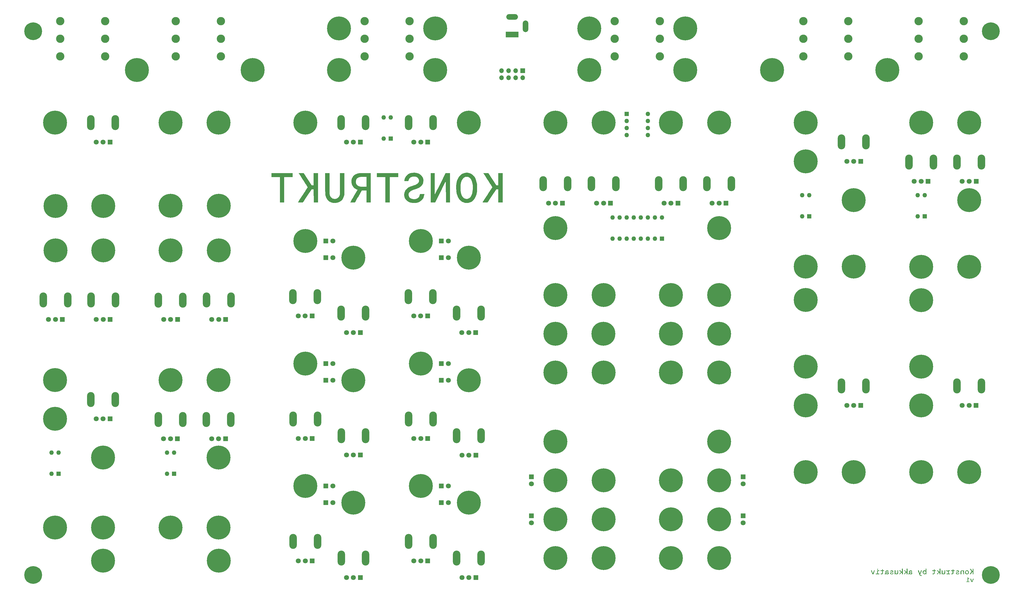
<source format=gbr>
%TF.GenerationSoftware,KiCad,Pcbnew,(6.0.9-0)*%
%TF.CreationDate,2023-07-01T22:34:15+02:00*%
%TF.ProjectId,konstrukt-kicad6,6b6f6e73-7472-4756-9b74-2d6b69636164,rev?*%
%TF.SameCoordinates,Original*%
%TF.FileFunction,Soldermask,Bot*%
%TF.FilePolarity,Negative*%
%FSLAX46Y46*%
G04 Gerber Fmt 4.6, Leading zero omitted, Abs format (unit mm)*
G04 Created by KiCad (PCBNEW (6.0.9-0)) date 2023-07-01 22:34:15*
%MOMM*%
%LPD*%
G01*
G04 APERTURE LIST*
%ADD10R,1.600000X1.600000*%
%ADD11O,1.600000X1.600000*%
%ADD12C,8.600000*%
%ADD13C,4.700000*%
%ADD14O,2.700000X5.400000*%
%ADD15R,1.800000X1.800000*%
%ADD16C,1.800000*%
%ADD17C,6.400000*%
%ADD18C,3.600000*%
%ADD19C,3.000000*%
%ADD20R,4.600000X2.000000*%
%ADD21O,4.200000X2.000000*%
%ADD22O,2.000000X4.200000*%
%ADD23R,1.700000X1.700000*%
%ADD24O,1.700000X1.700000*%
G04 APERTURE END LIST*
%TO.C,*%
G36*
X344600000Y-204376000D02*
G01*
X344599000Y-204382000D01*
X344561000Y-204487000D01*
X344484000Y-204697000D01*
X344380000Y-204972000D01*
X344356000Y-205035000D01*
X344254000Y-205301000D01*
X344181000Y-205494000D01*
X344150000Y-205576000D01*
X344125000Y-205591000D01*
X343987000Y-205596000D01*
X343834000Y-205590000D01*
X343617000Y-205020000D01*
X343597000Y-204967000D01*
X343495000Y-204697000D01*
X343420000Y-204496000D01*
X343387000Y-204404000D01*
X343385000Y-204397000D01*
X343396000Y-204364000D01*
X343501000Y-204364000D01*
X343627000Y-204370000D01*
X343800000Y-204844000D01*
X343883000Y-205071000D01*
X343952000Y-205255000D01*
X343983000Y-205330000D01*
X344011000Y-205272000D01*
X344079000Y-205101000D01*
X344172000Y-204855000D01*
X344350000Y-204370000D01*
X344475000Y-204364000D01*
X344534000Y-204363000D01*
X344600000Y-204376000D01*
G37*
G36*
X342587000Y-203951000D02*
G01*
X342591000Y-203974000D01*
X342621000Y-204083000D01*
X342697000Y-204144000D01*
X342889000Y-204180000D01*
X343000000Y-204180000D01*
X343000000Y-204400000D01*
X342620000Y-204400000D01*
X342620000Y-205380000D01*
X343040000Y-205380000D01*
X343040000Y-205601000D01*
X342505000Y-205595000D01*
X341970000Y-205590000D01*
X341970000Y-205390000D01*
X342165000Y-205384000D01*
X342360000Y-205379000D01*
X342360000Y-203860000D01*
X342575000Y-203860000D01*
X342587000Y-203951000D01*
G37*
G36*
X325030000Y-201910000D02*
G01*
X325041000Y-201945000D01*
X325128000Y-202206000D01*
X325192000Y-202390000D01*
X325221000Y-202460000D01*
X325223000Y-202458000D01*
X325264000Y-202370000D01*
X325345000Y-202175000D01*
X325452000Y-201910000D01*
X325670000Y-201360000D01*
X325816000Y-201360000D01*
X325911000Y-201363000D01*
X325956000Y-201385000D01*
X325948000Y-201408000D01*
X325893000Y-201548000D01*
X325799000Y-201785000D01*
X325680000Y-202085000D01*
X325590000Y-202308000D01*
X325492000Y-202548000D01*
X325430000Y-202684000D01*
X325392000Y-202745000D01*
X325365000Y-202760000D01*
X325352000Y-202760000D01*
X325324000Y-202796000D01*
X325376000Y-202920000D01*
X325390000Y-202948000D01*
X325515000Y-203087000D01*
X325715000Y-203116000D01*
X325860000Y-203110000D01*
X325860000Y-203224000D01*
X325853000Y-203322000D01*
X325805000Y-203346000D01*
X325669000Y-203358000D01*
X325376000Y-203303000D01*
X325180000Y-203131000D01*
X325180000Y-203129000D01*
X325141000Y-203033000D01*
X325066000Y-202827000D01*
X324966000Y-202548000D01*
X324854000Y-202234000D01*
X324745000Y-201922000D01*
X324651000Y-201649000D01*
X324585000Y-201452000D01*
X324560000Y-201369000D01*
X324584000Y-201364000D01*
X324706000Y-201360000D01*
X324853000Y-201360000D01*
X325030000Y-201910000D01*
G37*
G36*
X342860000Y-202222000D02*
G01*
X342823000Y-202363000D01*
X342804000Y-202406000D01*
X342610000Y-202647000D01*
X342336000Y-202780000D01*
X342294000Y-202787000D01*
X342002000Y-202761000D01*
X341745000Y-202630000D01*
X341592000Y-202433000D01*
X341508000Y-202132000D01*
X341515236Y-202061000D01*
X341796000Y-202061000D01*
X341799000Y-202120000D01*
X341873000Y-202366000D01*
X342033000Y-202512000D01*
X342171000Y-202538000D01*
X342350000Y-202512000D01*
X342372000Y-202501000D01*
X342527000Y-202330000D01*
X342584000Y-202046000D01*
X342579000Y-201933000D01*
X342532000Y-201792000D01*
X342418000Y-201640000D01*
X342226000Y-201583000D01*
X342057000Y-201596000D01*
X341911000Y-201701000D01*
X341847000Y-201797000D01*
X341796000Y-202061000D01*
X341515236Y-202061000D01*
X341540000Y-201818000D01*
X341690000Y-201544000D01*
X341828000Y-201431000D01*
X342120000Y-201334000D01*
X342435000Y-201368000D01*
X342642000Y-201496000D01*
X342812000Y-201724000D01*
X342831000Y-201769000D01*
X342863000Y-201882000D01*
X342868000Y-202046000D01*
X342869000Y-202050000D01*
X342860000Y-202222000D01*
G37*
G36*
X339054000Y-201357000D02*
G01*
X339258000Y-201476000D01*
X339367000Y-201657000D01*
X339348000Y-201879000D01*
X339343000Y-201889000D01*
X339250000Y-202009000D01*
X339220000Y-202029000D01*
X339136000Y-202066000D01*
X338979000Y-202115000D01*
X338708000Y-202191000D01*
X338676000Y-202201000D01*
X338515000Y-202303000D01*
X338499000Y-202448000D01*
X338576000Y-202527000D01*
X338800000Y-202568000D01*
X338815000Y-202568000D01*
X339011000Y-202533000D01*
X339122000Y-202405000D01*
X339164000Y-202320000D01*
X339425000Y-202320000D01*
X339414000Y-202401000D01*
X339403000Y-202455000D01*
X339268000Y-202653000D01*
X339018000Y-202770000D01*
X338798000Y-202792000D01*
X338495000Y-202741000D01*
X338440000Y-202716000D01*
X338270000Y-202558000D01*
X338222000Y-202351000D01*
X338311000Y-202145000D01*
X338371000Y-202087000D01*
X338525000Y-202006000D01*
X338787000Y-201929000D01*
X338942000Y-201884000D01*
X339067000Y-201818000D01*
X339100000Y-201730000D01*
X339064000Y-201636000D01*
X338927000Y-201559000D01*
X338749000Y-201554000D01*
X338593000Y-201633000D01*
X338586000Y-201640000D01*
X338540000Y-201713000D01*
X338522000Y-201731000D01*
X338397000Y-201740000D01*
X338255000Y-201740000D01*
X338268000Y-201677000D01*
X338268000Y-201673000D01*
X338389000Y-201472000D01*
X338640000Y-201348000D01*
X338786000Y-201325000D01*
X339054000Y-201357000D01*
G37*
G36*
X337288000Y-201094000D02*
G01*
X337298000Y-201165000D01*
X337331000Y-201274000D01*
X337409000Y-201329000D01*
X337635000Y-201360000D01*
X337760000Y-201360000D01*
X337760000Y-201580000D01*
X337320000Y-201580000D01*
X337320000Y-201986000D01*
X337317000Y-202249000D01*
X337298000Y-202453000D01*
X337257000Y-202577000D01*
X337182000Y-202665000D01*
X337102000Y-202725000D01*
X336930000Y-202788000D01*
X336922000Y-202789000D01*
X336804000Y-202793000D01*
X336651000Y-202785000D01*
X336561000Y-202771000D01*
X336553000Y-202756000D01*
X336540000Y-202646000D01*
X336540000Y-202535000D01*
X336652000Y-202548000D01*
X336790000Y-202548000D01*
X336969000Y-202458000D01*
X337020000Y-202397000D01*
X337020000Y-201580000D01*
X336460000Y-201580000D01*
X336460000Y-201360000D01*
X337019000Y-201360000D01*
X337024000Y-201165000D01*
X337030000Y-200970000D01*
X337274000Y-200958000D01*
X337288000Y-201094000D01*
G37*
G36*
X333383000Y-201825000D02*
G01*
X333384000Y-201881000D01*
X333393000Y-202160000D01*
X333414000Y-202326000D01*
X333456000Y-202420000D01*
X333527000Y-202485000D01*
X333593000Y-202515000D01*
X333779000Y-202532000D01*
X333934000Y-202488000D01*
X333951000Y-202475000D01*
X334010000Y-202411000D01*
X334042000Y-202311000D01*
X334056000Y-202132000D01*
X334059000Y-201835000D01*
X334060000Y-201360000D01*
X334363000Y-201360000D01*
X334356000Y-201885000D01*
X334353000Y-202073000D01*
X334346000Y-202294000D01*
X334334000Y-202418000D01*
X334315000Y-202486000D01*
X334223000Y-202634000D01*
X334002000Y-202774000D01*
X333900000Y-202791000D01*
X333652000Y-202762000D01*
X333462000Y-202653000D01*
X333455000Y-202646000D01*
X333399000Y-202600000D01*
X333396000Y-202602000D01*
X333372000Y-202680000D01*
X333360000Y-202760000D01*
X333100000Y-202760000D01*
X333100000Y-201360000D01*
X333376000Y-201360000D01*
X333383000Y-201825000D01*
G37*
G36*
X330510000Y-200970000D02*
G01*
X330521000Y-201100000D01*
X330528000Y-201165000D01*
X330547000Y-201260000D01*
X330627000Y-201326000D01*
X330825000Y-201356000D01*
X331000000Y-201365000D01*
X331000000Y-201580000D01*
X330543000Y-201580000D01*
X330536000Y-202045000D01*
X330532000Y-202306000D01*
X330524000Y-202455000D01*
X330510000Y-202533000D01*
X330484000Y-202585000D01*
X330444000Y-202639000D01*
X330221000Y-202774000D01*
X330208000Y-202777000D01*
X330060000Y-202791000D01*
X329888000Y-202789000D01*
X329782000Y-202771000D01*
X329773000Y-202757000D01*
X329760000Y-202649000D01*
X329760000Y-202540000D01*
X329905000Y-202545000D01*
X330083000Y-202531000D01*
X330214000Y-202443000D01*
X330222000Y-202430000D01*
X330240000Y-202365000D01*
X330251000Y-202232000D01*
X330256000Y-201985000D01*
X330263000Y-201580000D01*
X329680000Y-201580000D01*
X329680000Y-201360000D01*
X330260000Y-201360000D01*
X330260000Y-200958000D01*
X330510000Y-200970000D01*
G37*
G36*
X327385000Y-202760000D02*
G01*
X327371000Y-202670000D01*
X327366000Y-202643000D01*
X327347000Y-202580000D01*
X327343000Y-202582000D01*
X327276000Y-202641000D01*
X327246000Y-202669000D01*
X327013000Y-202780000D01*
X326998000Y-202783000D01*
X326712000Y-202760000D01*
X326464000Y-202609000D01*
X326303000Y-202357000D01*
X326280000Y-202274000D01*
X326268428Y-202090000D01*
X326543000Y-202090000D01*
X326607000Y-202346000D01*
X326766000Y-202501000D01*
X326889000Y-202534000D01*
X327090000Y-202512000D01*
X327202000Y-202426000D01*
X327299000Y-202266000D01*
X327313000Y-202179000D01*
X327318000Y-201990000D01*
X327299000Y-201846000D01*
X327287000Y-201816000D01*
X327136000Y-201631000D01*
X326903000Y-201584000D01*
X326790000Y-201607000D01*
X326617000Y-201749000D01*
X326544000Y-202012000D01*
X326543000Y-202090000D01*
X326268428Y-202090000D01*
X326260000Y-201956000D01*
X326335000Y-201670000D01*
X326465000Y-201499000D01*
X326708000Y-201358000D01*
X326980000Y-201330000D01*
X327230000Y-201431000D01*
X327319000Y-201499000D01*
X327325000Y-201135000D01*
X327330000Y-200770000D01*
X327620000Y-200758000D01*
X327620000Y-202760000D01*
X327385000Y-202760000D01*
G37*
G36*
X322395000Y-202673000D02*
G01*
X322162000Y-202781000D01*
X321921000Y-202782000D01*
X321649000Y-202668000D01*
X321607000Y-202638000D01*
X321551000Y-202604000D01*
X321522000Y-202655000D01*
X321512000Y-202671000D01*
X321371000Y-202757000D01*
X321168000Y-202771000D01*
X321080000Y-202758000D01*
X321080000Y-202550000D01*
X321166000Y-202557000D01*
X321177000Y-202557000D01*
X321252000Y-202552000D01*
X321292000Y-202497000D01*
X321311000Y-202356000D01*
X321319151Y-202116000D01*
X321594000Y-202116000D01*
X321606000Y-202229000D01*
X321640000Y-202367000D01*
X321787000Y-202519000D01*
X321997000Y-202560000D01*
X322096000Y-202554000D01*
X322171000Y-202511000D01*
X322226000Y-202385000D01*
X322161000Y-202237000D01*
X322099000Y-202198000D01*
X321962000Y-202162000D01*
X321712000Y-202129000D01*
X321594000Y-202116000D01*
X321319151Y-202116000D01*
X321320000Y-202091000D01*
X321325000Y-201919000D01*
X321334000Y-201752000D01*
X321350000Y-201660000D01*
X321381000Y-201589000D01*
X321384000Y-201583000D01*
X321557000Y-201411000D01*
X321807000Y-201331000D01*
X322076000Y-201350000D01*
X322308000Y-201476000D01*
X322329000Y-201500000D01*
X322417000Y-201642000D01*
X322460000Y-201775000D01*
X322460000Y-201781000D01*
X322437000Y-201814000D01*
X322324000Y-201820000D01*
X322189000Y-201820000D01*
X322149000Y-201736000D01*
X322094000Y-201650000D01*
X321917000Y-201566000D01*
X321770000Y-201579000D01*
X321638000Y-201710000D01*
X321626000Y-201740000D01*
X321604000Y-201855000D01*
X321610000Y-201909000D01*
X321904000Y-201943000D01*
X322050000Y-201961000D01*
X322200000Y-201990000D01*
X322302000Y-202033000D01*
X322420000Y-202123000D01*
X322515000Y-202338000D01*
X322513000Y-202385000D01*
X322509000Y-202471000D01*
X322395000Y-202673000D01*
G37*
G36*
X316460000Y-201816000D02*
G01*
X316461000Y-202057000D01*
X316466000Y-202213000D01*
X316479000Y-202299000D01*
X316505000Y-202360000D01*
X316593000Y-202477000D01*
X316777000Y-202536000D01*
X316928000Y-202524000D01*
X317085000Y-202403000D01*
X317086000Y-202400000D01*
X317111000Y-202349000D01*
X317125000Y-202269000D01*
X317132000Y-202115000D01*
X317136000Y-201845000D01*
X317143000Y-201360000D01*
X317422000Y-201360000D01*
X317416000Y-201905000D01*
X317415000Y-201986000D01*
X317411000Y-202245000D01*
X317403000Y-202395000D01*
X317390000Y-202476000D01*
X317367000Y-202530000D01*
X317316000Y-202608000D01*
X317096000Y-202763000D01*
X317028000Y-202782000D01*
X316765000Y-202778000D01*
X316547000Y-202669000D01*
X316465000Y-202619000D01*
X316440000Y-202705000D01*
X316440000Y-202717000D01*
X316419000Y-202754000D01*
X316310000Y-202760000D01*
X316180000Y-202760000D01*
X316180000Y-201360000D01*
X316460000Y-201360000D01*
X316460000Y-201816000D01*
G37*
G36*
X315354000Y-201357000D02*
G01*
X315558000Y-201476000D01*
X315667000Y-201657000D01*
X315648000Y-201879000D01*
X315644000Y-201889000D01*
X315550000Y-202009000D01*
X315520000Y-202029000D01*
X315436000Y-202066000D01*
X315279000Y-202115000D01*
X315008000Y-202191000D01*
X314976000Y-202201000D01*
X314815000Y-202303000D01*
X314799000Y-202448000D01*
X314876000Y-202527000D01*
X315100000Y-202568000D01*
X315115000Y-202568000D01*
X315311000Y-202533000D01*
X315422000Y-202405000D01*
X315464000Y-202320000D01*
X315725000Y-202320000D01*
X315712000Y-202405000D01*
X315703000Y-202445000D01*
X315572000Y-202651000D01*
X315318000Y-202770000D01*
X315098000Y-202792000D01*
X314795000Y-202741000D01*
X314759000Y-202725000D01*
X314579000Y-202573000D01*
X314521000Y-202373000D01*
X314586000Y-202173000D01*
X314776000Y-202024000D01*
X314891000Y-201983000D01*
X315087000Y-201929000D01*
X315242000Y-201884000D01*
X315367000Y-201818000D01*
X315400000Y-201730000D01*
X315364000Y-201636000D01*
X315227000Y-201559000D01*
X315049000Y-201554000D01*
X314893000Y-201633000D01*
X314886000Y-201640000D01*
X314840000Y-201713000D01*
X314822000Y-201731000D01*
X314697000Y-201740000D01*
X314555000Y-201740000D01*
X314568000Y-201677000D01*
X314568000Y-201673000D01*
X314689000Y-201472000D01*
X314940000Y-201348000D01*
X315086000Y-201325000D01*
X315354000Y-201357000D01*
G37*
G36*
X313926000Y-202677000D02*
G01*
X313723000Y-202773000D01*
X313464000Y-202783000D01*
X313192000Y-202671000D01*
X313103000Y-202602000D01*
X313025000Y-202679000D01*
X312927000Y-202748000D01*
X312690000Y-202771000D01*
X312631000Y-202749000D01*
X312620000Y-202659000D01*
X312620000Y-202560000D01*
X312722000Y-202560000D01*
X312794000Y-202548000D01*
X312833000Y-202490000D01*
X312851000Y-202347000D01*
X312854770Y-202236000D01*
X313144000Y-202236000D01*
X313178000Y-202379000D01*
X313328000Y-202522000D01*
X313339000Y-202527000D01*
X313520000Y-202559000D01*
X313531000Y-202559000D01*
X313706000Y-202514000D01*
X313760000Y-202379000D01*
X313738000Y-202285000D01*
X313596000Y-202183000D01*
X313591000Y-202182000D01*
X313455000Y-202157000D01*
X313276000Y-202132000D01*
X313153000Y-202120000D01*
X313146000Y-202132000D01*
X313144000Y-202236000D01*
X312854770Y-202236000D01*
X312860000Y-202082000D01*
X312864000Y-201949000D01*
X312873000Y-201758000D01*
X312888000Y-201655000D01*
X312913000Y-201590000D01*
X312937000Y-201550000D01*
X313126000Y-201385000D01*
X313420000Y-201331000D01*
X313423000Y-201331000D01*
X313581000Y-201340000D01*
X313705000Y-201386000D01*
X313756000Y-201415000D01*
X313879000Y-201516000D01*
X313916000Y-201570000D01*
X313978000Y-201707000D01*
X313990000Y-201800000D01*
X313968000Y-201809000D01*
X313848000Y-201820000D01*
X313834000Y-201820000D01*
X313732000Y-201811000D01*
X313700000Y-201765000D01*
X313626000Y-201638000D01*
X313446000Y-201566000D01*
X313379000Y-201567000D01*
X313207000Y-201653000D01*
X313140000Y-201841000D01*
X313140000Y-201912000D01*
X313405000Y-201938000D01*
X313448000Y-201943000D01*
X313740000Y-201995000D01*
X313919000Y-202086000D01*
X314025000Y-202236000D01*
X314053000Y-202360000D01*
X314049000Y-202379000D01*
X314009000Y-202582000D01*
X313926000Y-202677000D01*
G37*
G36*
X311890000Y-200970000D02*
G01*
X311900000Y-201100000D01*
X311908000Y-201164000D01*
X311936000Y-201274000D01*
X312014000Y-201331000D01*
X312245000Y-201360000D01*
X312380000Y-201360000D01*
X312380000Y-201580000D01*
X311920000Y-201580000D01*
X311920000Y-202007000D01*
X311919000Y-202114000D01*
X311912000Y-202373000D01*
X311897000Y-202502000D01*
X311797000Y-202665000D01*
X311560000Y-202783000D01*
X311553000Y-202784000D01*
X311419000Y-202792000D01*
X311258000Y-202786000D01*
X311161000Y-202771000D01*
X311153000Y-202757000D01*
X311140000Y-202649000D01*
X311140000Y-202541000D01*
X311295000Y-202545000D01*
X311415000Y-202543000D01*
X311514000Y-202511000D01*
X311560000Y-202477000D01*
X311611000Y-202389000D01*
X311634000Y-202228000D01*
X311640000Y-201950000D01*
X311640000Y-201580000D01*
X311060000Y-201580000D01*
X311060000Y-201360000D01*
X311640000Y-201360000D01*
X311640000Y-200958000D01*
X311890000Y-200970000D01*
G37*
G36*
X344530000Y-200790000D02*
G01*
X344540000Y-202760000D01*
X344240000Y-202760000D01*
X344240000Y-201880000D01*
X344160000Y-201880000D01*
X344119000Y-201895000D01*
X344064000Y-201953000D01*
X343968000Y-202085000D01*
X343808000Y-202320000D01*
X343510000Y-202759000D01*
X343345000Y-202760000D01*
X343248000Y-202758000D01*
X343180000Y-202751000D01*
X343181000Y-202750000D01*
X343231000Y-202668000D01*
X343345000Y-202492000D01*
X343500000Y-202254000D01*
X343522000Y-202221000D01*
X343673000Y-201986000D01*
X343780000Y-201815000D01*
X343820000Y-201742000D01*
X343780000Y-201667000D01*
X343676000Y-201495000D01*
X343530000Y-201262000D01*
X343528000Y-201258000D01*
X343383000Y-201028000D01*
X343279000Y-200860000D01*
X343240000Y-200792000D01*
X343272000Y-200785000D01*
X343404000Y-200784000D01*
X343569000Y-200790000D01*
X343834000Y-201200000D01*
X343855000Y-201232000D01*
X343994000Y-201445000D01*
X344076000Y-201558000D01*
X344126000Y-201605000D01*
X344170000Y-201616000D01*
X344240000Y-201622000D01*
X344240000Y-200778000D01*
X344530000Y-200790000D01*
G37*
G36*
X340580000Y-201355000D02*
G01*
X340758000Y-201468000D01*
X340764000Y-201474000D01*
X340822000Y-201520000D01*
X340825000Y-201518000D01*
X340850000Y-201440000D01*
X340864000Y-201360000D01*
X341120000Y-201360000D01*
X341120000Y-202760000D01*
X340843000Y-202760000D01*
X340836000Y-202285000D01*
X340835000Y-202179000D01*
X340826000Y-201924000D01*
X340804000Y-201774000D01*
X340759000Y-201688000D01*
X340681000Y-201625000D01*
X340669000Y-201617000D01*
X340485000Y-201578000D01*
X340304000Y-201620000D01*
X340293000Y-201628000D01*
X340223000Y-201692000D01*
X340183000Y-201799000D01*
X340165000Y-201987000D01*
X340160000Y-202295000D01*
X340160000Y-202760000D01*
X339856000Y-202760000D01*
X339864000Y-202245000D01*
X339864000Y-202217000D01*
X339870000Y-201946000D01*
X339878000Y-201787000D01*
X339892000Y-201696000D01*
X339917000Y-201630000D01*
X339950000Y-201564000D01*
X340126000Y-201386000D01*
X340390000Y-201332000D01*
X340580000Y-201355000D01*
G37*
G36*
X334884000Y-201327000D02*
G01*
X335134000Y-201382000D01*
X335306000Y-201512000D01*
X335316000Y-201526000D01*
X335363000Y-201580000D01*
X335384000Y-201545000D01*
X335400000Y-201425000D01*
X335400000Y-201360000D01*
X336060000Y-201360000D01*
X336060000Y-201580000D01*
X335660000Y-201580000D01*
X335660000Y-202539000D01*
X335865000Y-202544000D01*
X336070000Y-202550000D01*
X336082000Y-202760000D01*
X334838000Y-202760000D01*
X334850000Y-202550000D01*
X335117000Y-202544000D01*
X335383000Y-202539000D01*
X335377000Y-202224000D01*
X335375000Y-202159000D01*
X335361000Y-201947000D01*
X335326000Y-201825000D01*
X335255000Y-201739000D01*
X335126000Y-201653000D01*
X334885000Y-201612000D01*
X334720000Y-201610000D01*
X334720000Y-201314000D01*
X334884000Y-201327000D01*
G37*
G36*
X332640000Y-202760000D02*
G01*
X332340000Y-202760000D01*
X332340000Y-202263000D01*
X332258000Y-202193000D01*
X332175000Y-202122000D01*
X331927000Y-202441000D01*
X331678000Y-202760000D01*
X331517000Y-202760000D01*
X331396000Y-202755000D01*
X331375000Y-202735000D01*
X331389000Y-202717000D01*
X331503000Y-202565000D01*
X331649000Y-202370000D01*
X331793000Y-202174000D01*
X331905000Y-202021000D01*
X331952000Y-201952000D01*
X331941000Y-201931000D01*
X331843000Y-201820000D01*
X331662000Y-201643000D01*
X331362000Y-201360000D01*
X331536000Y-201360000D01*
X331710000Y-201361000D01*
X332330000Y-201925000D01*
X332340000Y-201348000D01*
X332350000Y-200770000D01*
X332640000Y-200758000D01*
X332640000Y-202760000D01*
G37*
G36*
X320780000Y-202760000D02*
G01*
X320500000Y-202760000D01*
X320500000Y-202288000D01*
X320326000Y-202118000D01*
X319830000Y-202760000D01*
X319675000Y-202760000D01*
X319587000Y-202758000D01*
X319520000Y-202750000D01*
X319557000Y-202696000D01*
X319666000Y-202546000D01*
X319823000Y-202336000D01*
X320125000Y-201934000D01*
X319908000Y-201732000D01*
X319885000Y-201711000D01*
X319717000Y-201555000D01*
X319600000Y-201445000D01*
X319510000Y-201361000D01*
X319684000Y-201360000D01*
X319859000Y-201360000D01*
X320161000Y-201635000D01*
X320273000Y-201736000D01*
X320417000Y-201864000D01*
X320482000Y-201917000D01*
X320491000Y-201849000D01*
X320498000Y-201648000D01*
X320500000Y-201342000D01*
X320500000Y-200760000D01*
X320780000Y-200760000D01*
X320780000Y-202760000D01*
G37*
G36*
X319100000Y-202760000D02*
G01*
X318800000Y-202760000D01*
X318800000Y-202265000D01*
X318715000Y-202195000D01*
X318630000Y-202126000D01*
X318383000Y-202443000D01*
X318135000Y-202760000D01*
X317975000Y-202760000D01*
X317856000Y-202756000D01*
X317835000Y-202735000D01*
X317849000Y-202717000D01*
X317963000Y-202565000D01*
X318109000Y-202370000D01*
X318253000Y-202174000D01*
X318365000Y-202021000D01*
X318412000Y-201952000D01*
X318412000Y-201950000D01*
X318352000Y-201877000D01*
X318213000Y-201734000D01*
X318028000Y-201556000D01*
X317831000Y-201377000D01*
X317859000Y-201366000D01*
X317991000Y-201360000D01*
X318170000Y-201361000D01*
X318474000Y-201640000D01*
X318588000Y-201745000D01*
X318729000Y-201871000D01*
X318789000Y-201920000D01*
X318789000Y-201919000D01*
X318795000Y-201828000D01*
X318799000Y-201621000D01*
X318800000Y-201340000D01*
X318800000Y-200760000D01*
X319100000Y-200760000D01*
X319100000Y-202760000D01*
G37*
G36*
X310620000Y-201580000D02*
G01*
X310160000Y-201580000D01*
X310160000Y-202540000D01*
X310660000Y-202540000D01*
X310660000Y-202760000D01*
X309400000Y-202760000D01*
X309400000Y-202540000D01*
X309880000Y-202540000D01*
X309880000Y-201360000D01*
X310620000Y-201360000D01*
X310620000Y-201580000D01*
G37*
G36*
X308976000Y-201363000D02*
G01*
X309037000Y-201377000D01*
X309028000Y-201399000D01*
X308975000Y-201539000D01*
X308885000Y-201776000D01*
X308770000Y-202078000D01*
X308510000Y-202761000D01*
X308331000Y-202756000D01*
X308152000Y-202750000D01*
X307906000Y-202100000D01*
X307859000Y-201976000D01*
X307754000Y-201698000D01*
X307679000Y-201495000D01*
X307647000Y-201404000D01*
X307644000Y-201389000D01*
X307663000Y-201363000D01*
X307780000Y-201364000D01*
X307924000Y-201370000D01*
X308119000Y-201906000D01*
X308129000Y-201934000D01*
X308225000Y-202191000D01*
X308297000Y-202374000D01*
X308331000Y-202443000D01*
X308333000Y-202442000D01*
X308372000Y-202358000D01*
X308448000Y-202165000D01*
X308547000Y-201902000D01*
X308746000Y-201360000D01*
X308895000Y-201360000D01*
X308976000Y-201363000D01*
G37*
G36*
X310057000Y-200793000D02*
G01*
X310152000Y-200847000D01*
X310199000Y-200948000D01*
X310151000Y-201091000D01*
X310050000Y-201137000D01*
X309918000Y-201114000D01*
X309845000Y-200998000D01*
X309888000Y-200847000D01*
X309911000Y-200823000D01*
X310020000Y-200791000D01*
X310057000Y-200793000D01*
G37*
G36*
X165897000Y-64251000D02*
G01*
X165877000Y-64540000D01*
X165842000Y-64825000D01*
X165789000Y-65157000D01*
X165659000Y-65768000D01*
X165384000Y-66596000D01*
X165015000Y-67311000D01*
X164557000Y-67904000D01*
X164015000Y-68367000D01*
X163716000Y-68541000D01*
X163179000Y-68763000D01*
X162641000Y-68890000D01*
X162456000Y-68905000D01*
X162120000Y-68912000D01*
X161777000Y-68901000D01*
X161510000Y-68872000D01*
X161145000Y-68785000D01*
X160490000Y-68508000D01*
X159912000Y-68093000D01*
X159417000Y-67546000D01*
X159011000Y-66870000D01*
X158803000Y-66390000D01*
X158543000Y-65527000D01*
X158389000Y-64573000D01*
X158338000Y-63510000D01*
X158338000Y-63452000D01*
X159924000Y-63452000D01*
X159957000Y-64305000D01*
X160061000Y-65103000D01*
X160229000Y-65769000D01*
X160487000Y-66378000D01*
X160821000Y-66857000D01*
X161225000Y-67200000D01*
X161696000Y-67402000D01*
X161976000Y-67438000D01*
X162309000Y-67435000D01*
X162590000Y-67392000D01*
X162980000Y-67233000D01*
X163367000Y-66933000D01*
X163477000Y-66814000D01*
X163779000Y-66363000D01*
X164019000Y-65786000D01*
X164073000Y-65616000D01*
X164194000Y-65113000D01*
X164275000Y-64549000D01*
X164323000Y-63876000D01*
X164334000Y-63490000D01*
X164303000Y-62601000D01*
X164192000Y-61798000D01*
X164005000Y-61095000D01*
X163746000Y-60508000D01*
X163419000Y-60052000D01*
X163063000Y-59748000D01*
X162630000Y-59547000D01*
X162627000Y-59547000D01*
X162491000Y-59511000D01*
X162351000Y-59495000D01*
X162130000Y-59491000D01*
X162066000Y-59491000D01*
X161808000Y-59504000D01*
X161605000Y-59551000D01*
X161370000Y-59650000D01*
X161035000Y-59861000D01*
X160665000Y-60261000D01*
X160366000Y-60804000D01*
X160139000Y-61490000D01*
X160068000Y-61813000D01*
X159962000Y-62602000D01*
X159924000Y-63452000D01*
X158338000Y-63452000D01*
X158338000Y-63436000D01*
X158357000Y-62770000D01*
X158412000Y-62179000D01*
X158510000Y-61590000D01*
X158606000Y-61164000D01*
X158778000Y-60605000D01*
X159009000Y-60070000D01*
X159153000Y-59798000D01*
X159583000Y-59175000D01*
X160096000Y-58683000D01*
X160700000Y-58312000D01*
X160946000Y-58207000D01*
X161491000Y-58061000D01*
X162110000Y-58013000D01*
X162271000Y-58014000D01*
X162507000Y-58026000D01*
X162730000Y-58057000D01*
X163135000Y-58153000D01*
X163787000Y-58431000D01*
X164360000Y-58844000D01*
X164850000Y-59388000D01*
X165254000Y-60058000D01*
X165567000Y-60850000D01*
X165787000Y-61760000D01*
X165792000Y-61785000D01*
X165844000Y-62100000D01*
X165878000Y-62374000D01*
X165898000Y-62657000D01*
X165907000Y-62999000D01*
X165909000Y-63450000D01*
X165909000Y-63490000D01*
X165907000Y-63905000D01*
X165897000Y-64251000D01*
G37*
G36*
X143965000Y-58083000D02*
G01*
X144645000Y-58271000D01*
X145050000Y-58456000D01*
X145611000Y-58838000D01*
X146049000Y-59316000D01*
X146357000Y-59882000D01*
X146529000Y-60526000D01*
X146559000Y-60949000D01*
X146506000Y-61525000D01*
X146353000Y-62042000D01*
X146340000Y-62071000D01*
X146135000Y-62435000D01*
X145840000Y-62781000D01*
X145702000Y-62915000D01*
X145388000Y-63169000D01*
X145006000Y-63400000D01*
X144871000Y-63472000D01*
X144581000Y-63609000D01*
X144242000Y-63746000D01*
X143820000Y-63898000D01*
X143278000Y-64077000D01*
X143138000Y-64122000D01*
X142618000Y-64310000D01*
X142218000Y-64492000D01*
X141909000Y-64683000D01*
X141660000Y-64899000D01*
X141570000Y-64997000D01*
X141348000Y-65360000D01*
X141238000Y-65805000D01*
X141236000Y-66220000D01*
X141359000Y-66655000D01*
X141610000Y-67009000D01*
X141631000Y-67030000D01*
X142045000Y-67314000D01*
X142568000Y-67484000D01*
X143201000Y-67540000D01*
X143377000Y-67535000D01*
X143954000Y-67436000D01*
X144444000Y-67217000D01*
X144832000Y-66884000D01*
X144922000Y-66766000D01*
X145145000Y-66351000D01*
X145279000Y-65890000D01*
X145292000Y-65814000D01*
X145312000Y-65705000D01*
X145321000Y-65660000D01*
X146889000Y-65670000D01*
X146883000Y-65770000D01*
X146875000Y-65868000D01*
X146831000Y-66167000D01*
X146769000Y-66462000D01*
X146523000Y-67137000D01*
X146151000Y-67716000D01*
X145663000Y-68190000D01*
X145067000Y-68550000D01*
X144370000Y-68789000D01*
X144221000Y-68821000D01*
X143924000Y-68873000D01*
X143670000Y-68906000D01*
X143643000Y-68908000D01*
X143480000Y-68913000D01*
X143250000Y-68917000D01*
X142827000Y-68907000D01*
X142042000Y-68803000D01*
X141351000Y-68590000D01*
X140765000Y-68273000D01*
X140293000Y-67854000D01*
X139942000Y-67340000D01*
X139871000Y-67192000D01*
X139695000Y-66634000D01*
X139638000Y-66011000D01*
X139638000Y-65928000D01*
X139694000Y-65337000D01*
X139847000Y-64813000D01*
X139848000Y-64810000D01*
X140152000Y-64268000D01*
X140597000Y-63781000D01*
X141169000Y-63365000D01*
X141384000Y-63244000D01*
X141666000Y-63105000D01*
X142001000Y-62964000D01*
X142423000Y-62806000D01*
X142965000Y-62617000D01*
X143105000Y-62569000D01*
X143423000Y-62459000D01*
X143682000Y-62366000D01*
X143835000Y-62309000D01*
X144145000Y-62162000D01*
X144558000Y-61873000D01*
X144819000Y-61540000D01*
X144820000Y-61537000D01*
X144929000Y-61250000D01*
X144960000Y-60918000D01*
X144934000Y-60616000D01*
X144800000Y-60241000D01*
X144722000Y-60112000D01*
X144407000Y-59781000D01*
X143988000Y-59543000D01*
X143492000Y-59411000D01*
X142946000Y-59396000D01*
X142792000Y-59412000D01*
X142447000Y-59482000D01*
X142122000Y-59613000D01*
X141985000Y-59683000D01*
X141853000Y-59773000D01*
X141700000Y-59917000D01*
X141498000Y-60148000D01*
X141293000Y-60521000D01*
X141171000Y-60985000D01*
X141158000Y-61060000D01*
X140075000Y-61060000D01*
X139849000Y-61057000D01*
X139724000Y-61052000D01*
X139671000Y-61041000D01*
X139660000Y-61025000D01*
X139668000Y-60947000D01*
X139689000Y-60777000D01*
X139699000Y-60710000D01*
X139878000Y-60014000D01*
X140187000Y-59407000D01*
X140622000Y-58898000D01*
X141176000Y-58493000D01*
X141845000Y-58198000D01*
X142492000Y-58051000D01*
X143229000Y-58009000D01*
X143965000Y-58083000D01*
G37*
G36*
X112805000Y-61965000D02*
G01*
X112806000Y-62764000D01*
X112808000Y-63510000D01*
X112809000Y-64122000D01*
X112811000Y-64615000D01*
X112813000Y-65003000D01*
X112816000Y-65300000D01*
X112819000Y-65519000D01*
X112823000Y-65676000D01*
X112829000Y-65783000D01*
X112836000Y-65855000D01*
X112844000Y-65906000D01*
X112853000Y-65950000D01*
X112889000Y-66087000D01*
X113093000Y-66593000D01*
X113390000Y-66978000D01*
X113790000Y-67255000D01*
X113829000Y-67274000D01*
X114057000Y-67368000D01*
X114288000Y-67415000D01*
X114600000Y-67434000D01*
X114680000Y-67436000D01*
X114877000Y-67436000D01*
X115009000Y-67424000D01*
X115150000Y-67392000D01*
X115200000Y-67378000D01*
X115680000Y-67166000D01*
X116060000Y-66832000D01*
X116333000Y-66385000D01*
X116490000Y-65833000D01*
X116497000Y-65772000D01*
X116503000Y-65673000D01*
X116508000Y-65524000D01*
X116512000Y-65309000D01*
X116515000Y-65017000D01*
X116517000Y-64633000D01*
X116518000Y-64143000D01*
X116519000Y-63534000D01*
X116520000Y-62793000D01*
X116520000Y-58160000D01*
X118121000Y-58160000D01*
X118115000Y-61945000D01*
X118114000Y-62510000D01*
X118112000Y-63303000D01*
X118110000Y-63958000D01*
X118108000Y-64490000D01*
X118106000Y-64912000D01*
X118103000Y-65239000D01*
X118099000Y-65485000D01*
X118095000Y-65662000D01*
X118089000Y-65787000D01*
X118083000Y-65872000D01*
X118075000Y-65931000D01*
X117953000Y-66504000D01*
X117727000Y-67128000D01*
X117411000Y-67657000D01*
X116991000Y-68117000D01*
X116959000Y-68145000D01*
X116432000Y-68507000D01*
X115804000Y-68761000D01*
X115100000Y-68898000D01*
X114798000Y-68917000D01*
X114086000Y-68881000D01*
X113422000Y-68737000D01*
X113226000Y-68665000D01*
X112912000Y-68523000D01*
X112658000Y-68380000D01*
X112376000Y-68165000D01*
X111912000Y-67662000D01*
X111563000Y-67050000D01*
X111332000Y-66337000D01*
X111311000Y-66243000D01*
X111287000Y-66135000D01*
X111267000Y-66031000D01*
X111251000Y-65915000D01*
X111239000Y-65773000D01*
X111229000Y-65589000D01*
X111222000Y-65350000D01*
X111216000Y-65040000D01*
X111213000Y-64644000D01*
X111210000Y-64147000D01*
X111208000Y-63535000D01*
X111207000Y-62793000D01*
X111205000Y-61905000D01*
X111199000Y-58160000D01*
X112799000Y-58160000D01*
X112805000Y-61965000D01*
G37*
G36*
X171380000Y-60380000D02*
G01*
X172810000Y-62599000D01*
X173165000Y-62600000D01*
X173520000Y-62600000D01*
X173520000Y-58160000D01*
X175120000Y-58160000D01*
X175120000Y-64755000D01*
X175119000Y-65585000D01*
X175118000Y-66348000D01*
X175116000Y-67030000D01*
X175115000Y-67618000D01*
X175113000Y-68099000D01*
X175111000Y-68460000D01*
X175109000Y-68687000D01*
X175106000Y-68767000D01*
X175073000Y-68770000D01*
X174910000Y-68774000D01*
X174645000Y-68776000D01*
X174311000Y-68775000D01*
X173530000Y-68770000D01*
X173520000Y-64040000D01*
X173165000Y-64040000D01*
X172810000Y-64041000D01*
X171220000Y-66383000D01*
X170886000Y-66875000D01*
X170542000Y-67380000D01*
X170237000Y-67829000D01*
X169980000Y-68205000D01*
X169782000Y-68495000D01*
X169653000Y-68682000D01*
X169604000Y-68753000D01*
X169600000Y-68755000D01*
X169496000Y-68766000D01*
X169279000Y-68775000D01*
X168989000Y-68780000D01*
X168665000Y-68782000D01*
X168345000Y-68781000D01*
X168068000Y-68777000D01*
X167873000Y-68769000D01*
X167800000Y-68757000D01*
X167806000Y-68746000D01*
X167879000Y-68630000D01*
X168027000Y-68400000D01*
X168240000Y-68069000D01*
X168510000Y-67653000D01*
X168827000Y-67165000D01*
X169181000Y-66620000D01*
X169565000Y-66032000D01*
X169584000Y-66004000D01*
X170044000Y-65298000D01*
X170423000Y-64716000D01*
X170726000Y-64248000D01*
X170960000Y-63884000D01*
X171131000Y-63613000D01*
X171246000Y-63428000D01*
X171310000Y-63316000D01*
X171330000Y-63270000D01*
X171326000Y-63258000D01*
X171284000Y-63176000D01*
X171190000Y-63015000D01*
X171038000Y-62765000D01*
X170822000Y-62417000D01*
X170536000Y-61962000D01*
X170176000Y-61391000D01*
X169735000Y-60694000D01*
X169702000Y-60642000D01*
X169344000Y-60077000D01*
X169015000Y-59558000D01*
X168725000Y-59099000D01*
X168483000Y-58716000D01*
X168299000Y-58423000D01*
X168181000Y-58236000D01*
X168140000Y-58169000D01*
X168202000Y-58166000D01*
X168394000Y-58163000D01*
X168686000Y-58161000D01*
X169045000Y-58160000D01*
X169950000Y-58160000D01*
X171380000Y-60380000D01*
G37*
G36*
X150640000Y-65763000D02*
G01*
X150694000Y-65756000D01*
X150706000Y-65751000D01*
X150728000Y-65727000D01*
X150763000Y-65673000D01*
X150817000Y-65577000D01*
X150896000Y-65428000D01*
X151006000Y-65216000D01*
X151152000Y-64928000D01*
X151341000Y-64553000D01*
X151577000Y-64080000D01*
X151867000Y-63498000D01*
X152216000Y-62795000D01*
X152631000Y-61960000D01*
X154514000Y-58170000D01*
X156120000Y-58160000D01*
X156120000Y-68781000D01*
X155385000Y-68775000D01*
X154650000Y-68770000D01*
X154640000Y-61200000D01*
X154583000Y-61200000D01*
X154568000Y-61207000D01*
X154546000Y-61231000D01*
X154511000Y-61286000D01*
X154456000Y-61381000D01*
X154378000Y-61529000D01*
X154268000Y-61741000D01*
X154123000Y-62027000D01*
X153935000Y-62401000D01*
X153699000Y-62872000D01*
X153409000Y-63452000D01*
X153060000Y-64153000D01*
X152645000Y-64985000D01*
X150760000Y-68770000D01*
X149160000Y-68780000D01*
X149160000Y-58160000D01*
X150640000Y-58160000D01*
X150640000Y-65763000D01*
G37*
G36*
X137480000Y-59600000D02*
G01*
X134460000Y-59600000D01*
X134460000Y-64840000D01*
X134459000Y-65642000D01*
X134458000Y-66383000D01*
X134457000Y-67050000D01*
X134455000Y-67628000D01*
X134453000Y-68103000D01*
X134451000Y-68461000D01*
X134449000Y-68687000D01*
X134446000Y-68767000D01*
X134413000Y-68770000D01*
X134250000Y-68774000D01*
X133985000Y-68776000D01*
X133651000Y-68775000D01*
X132870000Y-68770000D01*
X132860000Y-59600000D01*
X129840000Y-59600000D01*
X129840000Y-58160000D01*
X137480000Y-58160000D01*
X137480000Y-59600000D01*
G37*
G36*
X126090000Y-68770000D02*
G01*
X126080000Y-64440000D01*
X125229000Y-64445000D01*
X124377000Y-64450000D01*
X123158000Y-66589000D01*
X123023000Y-66825000D01*
X122730000Y-67338000D01*
X122468000Y-67797000D01*
X122246000Y-68185000D01*
X122073000Y-68485000D01*
X121960000Y-68681000D01*
X121917000Y-68754000D01*
X121911000Y-68758000D01*
X121849000Y-68769000D01*
X121703000Y-68775000D01*
X121446000Y-68779000D01*
X121055000Y-68780000D01*
X120939000Y-68780000D01*
X120603000Y-68779000D01*
X120392000Y-68777000D01*
X120277000Y-68771000D01*
X120231000Y-68761000D01*
X120225000Y-68745000D01*
X120242000Y-68712000D01*
X120328000Y-68557000D01*
X120479000Y-68290000D01*
X120684000Y-67928000D01*
X120935000Y-67487000D01*
X121222000Y-66985000D01*
X121535000Y-66437000D01*
X122836000Y-64164000D01*
X122663000Y-64100000D01*
X122422000Y-64001000D01*
X121815000Y-63649000D01*
X121327000Y-63197000D01*
X120965000Y-62650000D01*
X120964000Y-62647000D01*
X120740000Y-62032000D01*
X120647000Y-61370000D01*
X120658162Y-61156000D01*
X122257000Y-61156000D01*
X122291000Y-61700000D01*
X122464000Y-62170000D01*
X122765000Y-62554000D01*
X123185000Y-62839000D01*
X123715000Y-63014000D01*
X123794000Y-63025000D01*
X123941000Y-63036000D01*
X124169000Y-63043000D01*
X124505000Y-63049000D01*
X124975000Y-63054000D01*
X126080000Y-63064000D01*
X126080000Y-59540000D01*
X125009000Y-59540000D01*
X124642000Y-59541000D01*
X124231000Y-59545000D01*
X123942000Y-59552000D01*
X123794000Y-59562000D01*
X123516000Y-59617000D01*
X123120000Y-59765000D01*
X123009000Y-59822000D01*
X122874000Y-59913000D01*
X122720000Y-60059000D01*
X122530000Y-60283000D01*
X122347000Y-60648000D01*
X122261000Y-61102000D01*
X122257000Y-61156000D01*
X120658162Y-61156000D01*
X120682000Y-60699000D01*
X120844000Y-60057000D01*
X121130000Y-59480000D01*
X121178000Y-59410000D01*
X121602000Y-58942000D01*
X122141000Y-58576000D01*
X122778000Y-58319000D01*
X123497000Y-58181000D01*
X123504000Y-58180000D01*
X123672000Y-58173000D01*
X123985000Y-58168000D01*
X124432000Y-58164000D01*
X124998000Y-58161000D01*
X125672000Y-58160000D01*
X127640000Y-58160000D01*
X127640000Y-68780000D01*
X126090000Y-68770000D01*
G37*
G36*
X104920000Y-60380000D02*
G01*
X106350000Y-62599000D01*
X106705000Y-62600000D01*
X107060000Y-62600000D01*
X107060000Y-58160000D01*
X108660000Y-58160000D01*
X108660000Y-64755000D01*
X108659000Y-65585000D01*
X108658000Y-66348000D01*
X108656000Y-67030000D01*
X108655000Y-67618000D01*
X108653000Y-68099000D01*
X108651000Y-68460000D01*
X108649000Y-68687000D01*
X108646000Y-68767000D01*
X108613000Y-68770000D01*
X108450000Y-68774000D01*
X108185000Y-68776000D01*
X107851000Y-68775000D01*
X107070000Y-68770000D01*
X107060000Y-64040000D01*
X106705000Y-64040000D01*
X106350000Y-64041000D01*
X104760000Y-66383000D01*
X104426000Y-66874000D01*
X104083000Y-67380000D01*
X103777000Y-67828000D01*
X103520000Y-68205000D01*
X103322000Y-68495000D01*
X103193000Y-68682000D01*
X103144000Y-68753000D01*
X103127000Y-68760000D01*
X103052000Y-68770000D01*
X102894000Y-68776000D01*
X102628000Y-68779000D01*
X102229000Y-68780000D01*
X101894000Y-68779000D01*
X101577000Y-68776000D01*
X101397000Y-68769000D01*
X101340000Y-68758000D01*
X101346000Y-68747000D01*
X101419000Y-68631000D01*
X101567000Y-68400000D01*
X101780000Y-68070000D01*
X102050000Y-67654000D01*
X102367000Y-67166000D01*
X102721000Y-66621000D01*
X103105000Y-66033000D01*
X103567000Y-65325000D01*
X103950000Y-64736000D01*
X104257000Y-64263000D01*
X104494000Y-63893000D01*
X104668000Y-63619000D01*
X104784000Y-63430000D01*
X104849000Y-63317000D01*
X104870000Y-63270000D01*
X104866000Y-63256000D01*
X104822000Y-63173000D01*
X104727000Y-63010000D01*
X104575000Y-62760000D01*
X104359000Y-62413000D01*
X104075000Y-61959000D01*
X103715000Y-61389000D01*
X103275000Y-60693000D01*
X103242000Y-60641000D01*
X102884000Y-60076000D01*
X102555000Y-59557000D01*
X102265000Y-59098000D01*
X102023000Y-58715000D01*
X101839000Y-58423000D01*
X101721000Y-58235000D01*
X101680000Y-58168000D01*
X101742000Y-58165000D01*
X101934000Y-58163000D01*
X102226000Y-58161000D01*
X102585000Y-58160000D01*
X103490000Y-58160000D01*
X104920000Y-60380000D01*
G37*
G36*
X99500000Y-59600000D02*
G01*
X96480000Y-59600000D01*
X96480000Y-64840000D01*
X96479000Y-65642000D01*
X96478000Y-66383000D01*
X96477000Y-67050000D01*
X96475000Y-67628000D01*
X96473000Y-68103000D01*
X96471000Y-68461000D01*
X96469000Y-68687000D01*
X96466000Y-68767000D01*
X96433000Y-68770000D01*
X96270000Y-68774000D01*
X96005000Y-68776000D01*
X95671000Y-68775000D01*
X94890000Y-68770000D01*
X94880000Y-59600000D01*
X91860000Y-59600000D01*
X91860000Y-58160000D01*
X99500000Y-58160000D01*
X99500000Y-59600000D01*
G37*
%TD*%
D10*
%TO.C,U2202*%
X219720000Y-36840000D03*
D11*
X219720000Y-39380000D03*
X219720000Y-41920000D03*
X219720000Y-44460000D03*
X227340000Y-44460000D03*
X227340000Y-41920000D03*
X227340000Y-39380000D03*
X227340000Y-36840000D03*
%TD*%
D12*
%TO.C,H501*%
X104050800Y-170954000D03*
D13*
X104050800Y-170954000D03*
%TD*%
%TO.C,H2905*%
X272020000Y-20961000D03*
D12*
X272020000Y-20961000D03*
%TD*%
D14*
%TO.C,RV2301*%
X257360000Y-61981000D03*
X248560000Y-61981000D03*
D15*
X255460000Y-68981000D03*
D16*
X252960000Y-68981000D03*
X250460000Y-68981000D03*
%TD*%
D15*
%TO.C,D408*%
X152995000Y-132810000D03*
D16*
X155535000Y-132810000D03*
%TD*%
D13*
%TO.C,H2903*%
X116180000Y-6001000D03*
D12*
X116180000Y-6001000D03*
%TD*%
D13*
%TO.C,H1701*%
X72825000Y-132775000D03*
D12*
X72825000Y-132775000D03*
%TD*%
%TO.C,H803*%
X31320000Y-86040000D03*
D13*
X31320000Y-86040000D03*
%TD*%
%TO.C,H1001*%
X252960000Y-102081000D03*
D12*
X252960000Y-102081000D03*
%TD*%
%TO.C,H1105*%
X31281000Y-197866000D03*
D13*
X31281000Y-197866000D03*
%TD*%
D15*
%TO.C,D2402*%
X185430000Y-167666000D03*
D16*
X185430000Y-170206000D03*
%TD*%
D14*
%TO.C,RV804*%
X9710000Y-103920000D03*
X18510000Y-103920000D03*
D15*
X16610000Y-110920000D03*
D16*
X14110000Y-110920000D03*
X11610000Y-110920000D03*
%TD*%
D15*
%TO.C,D305*%
X111413600Y-82668000D03*
D16*
X113953600Y-82668000D03*
%TD*%
D15*
%TO.C,D406*%
X152995000Y-126810000D03*
D16*
X155535000Y-126810000D03*
%TD*%
D14*
%TO.C,RV301*%
X99601800Y-102661800D03*
X108401800Y-102661800D03*
D15*
X106501800Y-109661800D03*
D16*
X104001800Y-109661800D03*
X101501800Y-109661800D03*
%TD*%
D12*
%TO.C,H1902*%
X301440000Y-67921000D03*
D13*
X301440000Y-67921000D03*
%TD*%
D14*
%TO.C,RV401*%
X108425400Y-146813800D03*
X99625400Y-146813800D03*
D15*
X106525400Y-153813800D03*
D16*
X104025400Y-153813800D03*
X101525400Y-153813800D03*
%TD*%
D13*
%TO.C,H1306*%
X342985000Y-91905000D03*
D12*
X342985000Y-91905000D03*
%TD*%
%TO.C,H2201*%
X252960000Y-77981000D03*
D13*
X252960000Y-77981000D03*
%TD*%
D10*
%TO.C,SW2701*%
X134825000Y-45727500D03*
D11*
X132285000Y-45727500D03*
X132285000Y-38107500D03*
X134825000Y-38107500D03*
%TD*%
D12*
%TO.C,H2407*%
X211400000Y-196941000D03*
D13*
X211400000Y-196941000D03*
%TD*%
D14*
%TO.C,RV1602*%
X51115000Y-146955000D03*
X59915000Y-146955000D03*
D15*
X58015000Y-153955000D03*
D16*
X55515000Y-153955000D03*
X53015000Y-153955000D03*
%TD*%
D13*
%TO.C,H2001*%
X342991000Y-39962000D03*
D12*
X342991000Y-39962000D03*
%TD*%
%TO.C,H504*%
X162930000Y-176940000D03*
D13*
X162930000Y-176940000D03*
%TD*%
D14*
%TO.C,RV803*%
X26930000Y-103910000D03*
X35730000Y-103910000D03*
D15*
X33830000Y-110910000D03*
D16*
X31330000Y-110910000D03*
X28830000Y-110910000D03*
%TD*%
D14*
%TO.C,RV504*%
X158510000Y-196940000D03*
X167310000Y-196940000D03*
D15*
X165410000Y-203940000D03*
D16*
X162910000Y-203940000D03*
X160410000Y-203940000D03*
%TD*%
D12*
%TO.C,H1103*%
X55511000Y-185961000D03*
D13*
X55511000Y-185961000D03*
%TD*%
D15*
%TO.C,D508*%
X152995000Y-176940000D03*
D16*
X155535000Y-176940000D03*
%TD*%
D12*
%TO.C,H1203*%
X72826000Y-39961000D03*
D13*
X72826000Y-39961000D03*
%TD*%
D12*
%TO.C,H2404*%
X252960000Y-168941000D03*
D13*
X252960000Y-168941000D03*
%TD*%
D12*
%TO.C,H1002*%
X252960000Y-116071000D03*
D13*
X252960000Y-116071000D03*
%TD*%
D15*
%TO.C,D308*%
X152971400Y-88658000D03*
D16*
X155511400Y-88658000D03*
%TD*%
D14*
%TO.C,RV801*%
X77280000Y-103920000D03*
X68480000Y-103920000D03*
D15*
X75380000Y-110920000D03*
D16*
X72880000Y-110920000D03*
X70380000Y-110920000D03*
%TD*%
D14*
%TO.C,RV1603*%
X35674000Y-139750000D03*
X26874000Y-139750000D03*
D15*
X33774000Y-146750000D03*
D16*
X31274000Y-146750000D03*
X28774000Y-146750000D03*
%TD*%
D13*
%TO.C,H304*%
X162906400Y-88658000D03*
D12*
X162906400Y-88658000D03*
%TD*%
D13*
%TO.C,H1101*%
X13980000Y-185921000D03*
D12*
X13980000Y-185921000D03*
%TD*%
D13*
%TO.C,H1702*%
X55515000Y-132775000D03*
D12*
X55515000Y-132775000D03*
%TD*%
D13*
%TO.C,H2603*%
X325685000Y-165903000D03*
D12*
X325685000Y-165903000D03*
%TD*%
D13*
%TO.C,H2401*%
X194080000Y-154941000D03*
D12*
X194080000Y-154941000D03*
%TD*%
D14*
%TO.C,RV304*%
X158486400Y-108658000D03*
X167286400Y-108658000D03*
D15*
X165386400Y-115658000D03*
D16*
X162886400Y-115658000D03*
X160386400Y-115658000D03*
%TD*%
D13*
%TO.C,H2602*%
X301440000Y-165903000D03*
D12*
X301440000Y-165903000D03*
%TD*%
D17*
%TO.C,H103*%
X6140000Y-7000000D03*
D18*
X6140000Y-7000000D03*
%TD*%
D15*
%TO.C,D505*%
X111437200Y-170950000D03*
D16*
X113977200Y-170950000D03*
%TD*%
D13*
%TO.C,H1201*%
X13980000Y-39961000D03*
D12*
X13980000Y-39961000D03*
%TD*%
%TO.C,H2601*%
X284129000Y-165903000D03*
D13*
X284129000Y-165903000D03*
%TD*%
D14*
%TO.C,RV302*%
X149976400Y-102658000D03*
X141176400Y-102658000D03*
D15*
X148076400Y-109658000D03*
D16*
X145576400Y-109658000D03*
X143076400Y-109658000D03*
%TD*%
D13*
%TO.C,H1202*%
X55511000Y-39961000D03*
D12*
X55511000Y-39961000D03*
%TD*%
D13*
%TO.C,H2412*%
X235650000Y-182941000D03*
D12*
X235650000Y-182941000D03*
%TD*%
%TO.C,H2912*%
X240840000Y-6001000D03*
D13*
X240840000Y-6001000D03*
%TD*%
%TO.C,H2906*%
X116180000Y-20961000D03*
D12*
X116180000Y-20961000D03*
%TD*%
%TO.C,H2908*%
X313520000Y-20961000D03*
D13*
X313520000Y-20961000D03*
%TD*%
D12*
%TO.C,H2403*%
X211400000Y-168941000D03*
D13*
X211400000Y-168941000D03*
%TD*%
D14*
%TO.C,RV303*%
X116950000Y-108650000D03*
X125750000Y-108650000D03*
D15*
X123850000Y-115650000D03*
D16*
X121350000Y-115650000D03*
X118850000Y-115650000D03*
%TD*%
D14*
%TO.C,RV2701*%
X125750000Y-39970000D03*
X116950000Y-39970000D03*
D15*
X123850000Y-46970000D03*
D16*
X121350000Y-46970000D03*
X118850000Y-46970000D03*
%TD*%
D13*
%TO.C,H702*%
X55580000Y-69940000D03*
D12*
X55580000Y-69940000D03*
%TD*%
%TO.C,H2301*%
X252960000Y-39961000D03*
D13*
X252960000Y-39961000D03*
%TD*%
D14*
%TO.C,RV404*%
X167310000Y-152810000D03*
X158510000Y-152810000D03*
D15*
X165410000Y-159810000D03*
D16*
X162910000Y-159810000D03*
X160410000Y-159810000D03*
%TD*%
D19*
%TO.C,J2901*%
X32035000Y-9735000D03*
X15805000Y-9735000D03*
X32035000Y-3385000D03*
X15805000Y-3385000D03*
X32035000Y-16085000D03*
X15805000Y-16085000D03*
%TD*%
D15*
%TO.C,D2403*%
X261610000Y-181666000D03*
D16*
X261610000Y-184206000D03*
%TD*%
D12*
%TO.C,H503*%
X145620000Y-170930000D03*
D13*
X145620000Y-170930000D03*
%TD*%
D14*
%TO.C,RV802*%
X59975000Y-103925000D03*
X51175000Y-103925000D03*
D15*
X58075000Y-110925000D03*
D16*
X55575000Y-110925000D03*
X53075000Y-110925000D03*
%TD*%
D12*
%TO.C,H1303*%
X284129000Y-103920000D03*
D13*
X284129000Y-103920000D03*
%TD*%
D12*
%TO.C,H602*%
X14120000Y-69980000D03*
D13*
X14120000Y-69980000D03*
%TD*%
D12*
%TO.C,H2901*%
X43420000Y-20961000D03*
D13*
X43420000Y-20961000D03*
%TD*%
D19*
%TO.C,J2903*%
X299508000Y-9735000D03*
X283278000Y-9735000D03*
X299508000Y-3385000D03*
X283278000Y-3385000D03*
X299508000Y-16085000D03*
X283278000Y-16085000D03*
%TD*%
D14*
%TO.C,RV2303*%
X215800000Y-61981000D03*
X207000000Y-61981000D03*
D15*
X213900000Y-68981000D03*
D16*
X211400000Y-68981000D03*
X208900000Y-68981000D03*
%TD*%
D12*
%TO.C,H2402*%
X252960000Y-154941000D03*
D13*
X252960000Y-154941000D03*
%TD*%
%TO.C,H1302*%
X325685000Y-91905000D03*
D12*
X325685000Y-91905000D03*
%TD*%
D19*
%TO.C,J2904*%
X341026000Y-9735000D03*
X324796000Y-9735000D03*
X341026000Y-3385000D03*
X324796000Y-3385000D03*
X341026000Y-16085000D03*
X324796000Y-16085000D03*
%TD*%
D12*
%TO.C,H801*%
X72900000Y-86000000D03*
D13*
X72900000Y-86000000D03*
%TD*%
D12*
%TO.C,H301*%
X104027200Y-82672000D03*
D13*
X104027200Y-82672000D03*
%TD*%
%TO.C,H1301*%
X284129000Y-91901000D03*
D12*
X284129000Y-91901000D03*
%TD*%
D13*
%TO.C,H1007*%
X211400000Y-102081000D03*
D12*
X211400000Y-102081000D03*
%TD*%
D13*
%TO.C,H401*%
X104050800Y-126824000D03*
D12*
X104050800Y-126824000D03*
%TD*%
D17*
%TO.C,H104*%
X350750000Y-7000000D03*
D18*
X350750000Y-7000000D03*
%TD*%
D12*
%TO.C,H1008*%
X211328000Y-116078000D03*
D13*
X211328000Y-116078000D03*
%TD*%
%TO.C,H2911*%
X150800000Y-6001000D03*
D12*
X150800000Y-6001000D03*
%TD*%
D14*
%TO.C,RV502*%
X150000000Y-190940000D03*
X141200000Y-190940000D03*
D15*
X148100000Y-197940000D03*
D16*
X145600000Y-197940000D03*
X143100000Y-197940000D03*
%TD*%
D19*
%TO.C,J2906*%
X231625000Y-9735000D03*
X215395000Y-9735000D03*
X231625000Y-3385000D03*
X215395000Y-3385000D03*
X231625000Y-16085000D03*
X215395000Y-16085000D03*
%TD*%
D13*
%TO.C,H2002*%
X325681000Y-39962000D03*
D12*
X325681000Y-39962000D03*
%TD*%
D14*
%TO.C,RV402*%
X150000000Y-146810000D03*
X141200000Y-146810000D03*
D15*
X148100000Y-153810000D03*
D16*
X145600000Y-153810000D03*
X143100000Y-153810000D03*
%TD*%
D12*
%TO.C,H1006*%
X235650000Y-130041000D03*
D13*
X235650000Y-130041000D03*
%TD*%
D12*
%TO.C,H1305*%
X301440000Y-91901000D03*
D13*
X301440000Y-91901000D03*
%TD*%
D10*
%TO.C,SW2001*%
X326960000Y-73707500D03*
D11*
X324420000Y-73707500D03*
X324420000Y-66087500D03*
X326960000Y-66087500D03*
%TD*%
D13*
%TO.C,H2303*%
X211400000Y-39961000D03*
D12*
X211400000Y-39961000D03*
%TD*%
D15*
%TO.C,D405*%
X111437200Y-126820000D03*
D16*
X113977200Y-126820000D03*
%TD*%
D13*
%TO.C,H1601*%
X72819000Y-160734000D03*
D12*
X72819000Y-160734000D03*
%TD*%
%TO.C,H1304*%
X325685000Y-103925000D03*
D13*
X325685000Y-103925000D03*
%TD*%
D12*
%TO.C,H1802*%
X13963000Y-146714000D03*
D13*
X13963000Y-146714000D03*
%TD*%
D12*
%TO.C,H701*%
X31340000Y-69980000D03*
D13*
X31340000Y-69980000D03*
%TD*%
%TO.C,H2702*%
X162910000Y-39960000D03*
D12*
X162910000Y-39960000D03*
%TD*%
D13*
%TO.C,H2405*%
X211400000Y-182941000D03*
D12*
X211400000Y-182941000D03*
%TD*%
D14*
%TO.C,RV1903*%
X297040000Y-46937000D03*
X305840000Y-46937000D03*
D15*
X303940000Y-53937000D03*
D16*
X301440000Y-53937000D03*
X298940000Y-53937000D03*
%TD*%
D13*
%TO.C,H2902*%
X85060000Y-20961000D03*
D12*
X85060000Y-20961000D03*
%TD*%
D19*
%TO.C,J2902*%
X73669000Y-9735000D03*
X57439000Y-9735000D03*
X73669000Y-3385000D03*
X57439000Y-3385000D03*
X73669000Y-16085000D03*
X57439000Y-16085000D03*
%TD*%
D12*
%TO.C,H2409*%
X194080000Y-168941000D03*
D13*
X194080000Y-168941000D03*
%TD*%
D14*
%TO.C,RV503*%
X116973600Y-196932000D03*
X125773600Y-196932000D03*
D15*
X123873600Y-203932000D03*
D16*
X121373600Y-203932000D03*
X118873600Y-203932000D03*
%TD*%
D13*
%TO.C,H502*%
X121373600Y-176948400D03*
D12*
X121373600Y-176948400D03*
%TD*%
%TO.C,H2502*%
X325685000Y-127903000D03*
D13*
X325685000Y-127903000D03*
%TD*%
D12*
%TO.C,H404*%
X162930000Y-132810000D03*
D13*
X162930000Y-132810000D03*
%TD*%
%TO.C,H2504*%
X325685000Y-141903000D03*
D12*
X325685000Y-141903000D03*
%TD*%
D13*
%TO.C,H1602*%
X31274000Y-160734000D03*
D12*
X31274000Y-160734000D03*
%TD*%
D13*
%TO.C,H1104*%
X72819000Y-185961000D03*
D12*
X72819000Y-185961000D03*
%TD*%
D14*
%TO.C,RV1902*%
X330081000Y-54142000D03*
X321281000Y-54142000D03*
D15*
X328181000Y-61142000D03*
D16*
X325681000Y-61142000D03*
X323181000Y-61142000D03*
%TD*%
D12*
%TO.C,H1106*%
X72898000Y-197866000D03*
D13*
X72898000Y-197866000D03*
%TD*%
%TO.C,H303*%
X145596400Y-82648000D03*
D12*
X145596400Y-82648000D03*
%TD*%
%TO.C,H2503*%
X284129000Y-141903000D03*
D13*
X284129000Y-141903000D03*
%TD*%
%TO.C,H601*%
X72900000Y-69940000D03*
D12*
X72900000Y-69940000D03*
%TD*%
D18*
%TO.C,H101*%
X6140000Y-202990000D03*
D17*
X6140000Y-202990000D03*
%TD*%
D13*
%TO.C,H2302*%
X235650000Y-39961000D03*
D12*
X235650000Y-39961000D03*
%TD*%
D14*
%TO.C,RV2502*%
X338585000Y-134905000D03*
X347385000Y-134905000D03*
D15*
X345485000Y-141905000D03*
D16*
X342985000Y-141905000D03*
X340485000Y-141905000D03*
%TD*%
D14*
%TO.C,RV1901*%
X338591000Y-54142000D03*
X347391000Y-54142000D03*
D15*
X345491000Y-61142000D03*
D16*
X342991000Y-61142000D03*
X340491000Y-61142000D03*
%TD*%
D14*
%TO.C,RV2304*%
X189680000Y-61981000D03*
X198480000Y-61981000D03*
D15*
X196580000Y-68981000D03*
D16*
X194080000Y-68981000D03*
X191580000Y-68981000D03*
%TD*%
D15*
%TO.C,D307*%
X111401400Y-88658000D03*
D16*
X113941400Y-88658000D03*
%TD*%
D13*
%TO.C,H302*%
X121350000Y-88666400D03*
D12*
X121350000Y-88666400D03*
%TD*%
D13*
%TO.C,H2408*%
X252960000Y-196941000D03*
D12*
X252960000Y-196941000D03*
%TD*%
%TO.C,H1901*%
X342985000Y-67921000D03*
D13*
X342985000Y-67921000D03*
%TD*%
D10*
%TO.C,SW1701*%
X56794000Y-166520500D03*
D11*
X54254000Y-166520500D03*
X54254000Y-158900500D03*
X56794000Y-158900500D03*
%TD*%
D14*
%TO.C,RV1201*%
X35679000Y-39961000D03*
X26879000Y-39961000D03*
D15*
X33779000Y-46961000D03*
D16*
X31279000Y-46961000D03*
X28779000Y-46961000D03*
%TD*%
D15*
%TO.C,D2404*%
X261610000Y-167666000D03*
D16*
X261610000Y-170206000D03*
%TD*%
D12*
%TO.C,H1102*%
X31279000Y-185959000D03*
D13*
X31279000Y-185959000D03*
%TD*%
D12*
%TO.C,H1005*%
X252960000Y-130041000D03*
D13*
X252960000Y-130041000D03*
%TD*%
D10*
%TO.C,SW2301*%
X232425000Y-81748500D03*
D11*
X229885000Y-81748500D03*
X227345000Y-81748500D03*
X224805000Y-81748500D03*
X222265000Y-81748500D03*
X219725000Y-81748500D03*
X217185000Y-81748500D03*
X214645000Y-81748500D03*
X214645000Y-74128500D03*
X217185000Y-74128500D03*
X219725000Y-74128500D03*
X222265000Y-74128500D03*
X224805000Y-74128500D03*
X227345000Y-74128500D03*
X229885000Y-74128500D03*
X232425000Y-74128500D03*
%TD*%
D14*
%TO.C,RV2501*%
X297024000Y-134904000D03*
X305824000Y-134904000D03*
D15*
X303924000Y-141904000D03*
D16*
X301424000Y-141904000D03*
X298924000Y-141904000D03*
%TD*%
D13*
%TO.C,H2904*%
X206220000Y-6001000D03*
D12*
X206220000Y-6001000D03*
%TD*%
D20*
%TO.C,J2801*%
X178495000Y-8175000D03*
D21*
X178495000Y-1875000D03*
D22*
X183295000Y-5275000D03*
%TD*%
D13*
%TO.C,H2910*%
X240840000Y-20961000D03*
D12*
X240840000Y-20961000D03*
%TD*%
%TO.C,H403*%
X145620000Y-126800000D03*
D13*
X145620000Y-126800000D03*
%TD*%
%TO.C,H802*%
X55560000Y-86000000D03*
D12*
X55560000Y-86000000D03*
%TD*%
%TO.C,H2305*%
X194080000Y-77981000D03*
D13*
X194080000Y-77981000D03*
%TD*%
%TO.C,H2604*%
X342985000Y-165903000D03*
D12*
X342985000Y-165903000D03*
%TD*%
D13*
%TO.C,H1011*%
X211400000Y-130041000D03*
D12*
X211400000Y-130041000D03*
%TD*%
D14*
%TO.C,RV1601*%
X77225000Y-146955000D03*
X68425000Y-146955000D03*
D15*
X75325000Y-153955000D03*
D16*
X72825000Y-153955000D03*
X70325000Y-153955000D03*
%TD*%
D13*
%TO.C,H2101*%
X284129000Y-39961000D03*
D12*
X284129000Y-39961000D03*
%TD*%
D15*
%TO.C,D506*%
X152995000Y-170940000D03*
D16*
X155535000Y-170940000D03*
%TD*%
D10*
%TO.C,SW1801*%
X15238000Y-166521000D03*
D11*
X12698000Y-166521000D03*
X12698000Y-158901000D03*
X15238000Y-158901000D03*
%TD*%
D12*
%TO.C,H2406*%
X252960000Y-182941000D03*
D13*
X252960000Y-182941000D03*
%TD*%
D15*
%TO.C,D306*%
X152971400Y-82658000D03*
D16*
X155511400Y-82658000D03*
%TD*%
D12*
%TO.C,H2501*%
X284129000Y-127903000D03*
D13*
X284129000Y-127903000D03*
%TD*%
%TO.C,H2411*%
X194080000Y-182941000D03*
D12*
X194080000Y-182941000D03*
%TD*%
%TO.C,H1801*%
X13963000Y-132774000D03*
D13*
X13963000Y-132774000D03*
%TD*%
D14*
%TO.C,RV403*%
X116973600Y-152802000D03*
X125773600Y-152802000D03*
D15*
X123873600Y-159802000D03*
D16*
X121373600Y-159802000D03*
X118873600Y-159802000D03*
%TD*%
D12*
%TO.C,H2414*%
X235650000Y-196941000D03*
D13*
X235650000Y-196941000D03*
%TD*%
D10*
%TO.C,SW2101*%
X285404000Y-73708000D03*
D11*
X282864000Y-73708000D03*
X282864000Y-66088000D03*
X285404000Y-66088000D03*
%TD*%
D14*
%TO.C,RV501*%
X99625400Y-190943800D03*
X108425400Y-190943800D03*
D15*
X106525400Y-197943800D03*
D16*
X104025400Y-197943800D03*
X101525400Y-197943800D03*
%TD*%
D18*
%TO.C,H102*%
X350750000Y-202990000D03*
D17*
X350750000Y-202990000D03*
%TD*%
D13*
%TO.C,H2909*%
X150800000Y-20961000D03*
D12*
X150800000Y-20961000D03*
%TD*%
D13*
%TO.C,H2907*%
X206220000Y-20961000D03*
D12*
X206220000Y-20961000D03*
%TD*%
D13*
%TO.C,H1010*%
X194056000Y-116078000D03*
D12*
X194056000Y-116078000D03*
%TD*%
D14*
%TO.C,RV2702*%
X141200000Y-39960000D03*
X150000000Y-39960000D03*
D15*
X148100000Y-46960000D03*
D16*
X145600000Y-46960000D03*
X143100000Y-46960000D03*
%TD*%
D19*
%TO.C,J2905*%
X141589000Y-9735000D03*
X125359000Y-9735000D03*
X141589000Y-3385000D03*
X125359000Y-3385000D03*
X141589000Y-16085000D03*
X125359000Y-16085000D03*
%TD*%
D13*
%TO.C,H2410*%
X235650000Y-168941000D03*
D12*
X235650000Y-168941000D03*
%TD*%
D13*
%TO.C,H402*%
X121373600Y-132818400D03*
D12*
X121373600Y-132818400D03*
%TD*%
D15*
%TO.C,D507*%
X111425000Y-176940000D03*
D16*
X113965000Y-176940000D03*
%TD*%
D23*
%TO.C,J2802*%
X182305000Y-21285000D03*
D24*
X182305000Y-23825000D03*
X179765000Y-21285000D03*
X179765000Y-23825000D03*
X177225000Y-21285000D03*
X177225000Y-23825000D03*
X174685000Y-21285000D03*
X174685000Y-23825000D03*
%TD*%
D14*
%TO.C,RV2302*%
X231250000Y-61981000D03*
X240050000Y-61981000D03*
D15*
X238150000Y-68981000D03*
D16*
X235650000Y-68981000D03*
X233150000Y-68981000D03*
%TD*%
D12*
%TO.C,H1004*%
X235650000Y-116071000D03*
D13*
X235650000Y-116071000D03*
%TD*%
D12*
%TO.C,H2102*%
X284129000Y-53901000D03*
D13*
X284129000Y-53901000D03*
%TD*%
%TO.C,H2701*%
X104030000Y-39970000D03*
D12*
X104030000Y-39970000D03*
%TD*%
%TO.C,H804*%
X14130000Y-86000000D03*
D13*
X14130000Y-86000000D03*
%TD*%
D15*
%TO.C,D2401*%
X185434000Y-181666000D03*
D16*
X185434000Y-184206000D03*
%TD*%
D12*
%TO.C,H2304*%
X194080000Y-39961000D03*
D13*
X194080000Y-39961000D03*
%TD*%
%TO.C,H2413*%
X194080000Y-196941000D03*
D12*
X194080000Y-196941000D03*
%TD*%
D15*
%TO.C,D407*%
X111425000Y-132810000D03*
D16*
X113965000Y-132810000D03*
%TD*%
D12*
%TO.C,H1012*%
X194080000Y-130041000D03*
D13*
X194080000Y-130041000D03*
%TD*%
%TO.C,H1003*%
X235650000Y-102081000D03*
D12*
X235650000Y-102081000D03*
%TD*%
D13*
%TO.C,H1009*%
X194080000Y-102081000D03*
D12*
X194080000Y-102081000D03*
%TD*%
M02*

</source>
